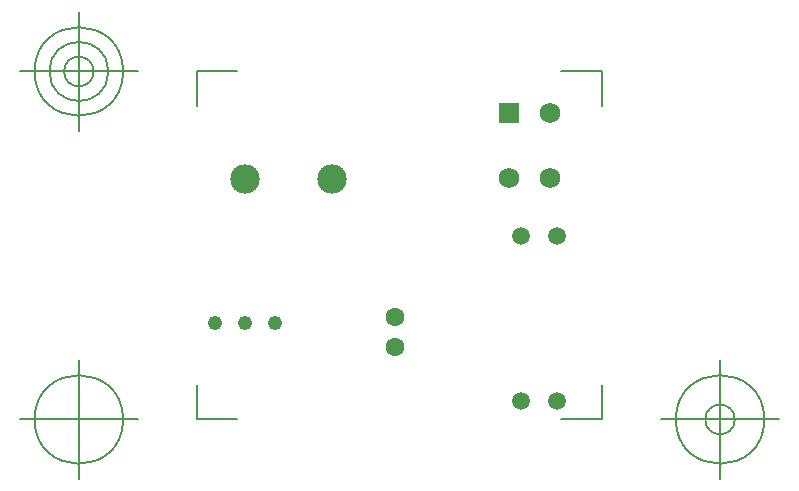
<source format=gbr>
G04 Generated by Ultiboard 14.2 *
%FSLAX24Y24*%
%MOIN*%

%ADD10C,0.0001*%
%ADD11C,0.0050*%
%ADD12C,0.0633*%
%ADD13C,0.0490*%
%ADD14C,0.0983*%
%ADD15C,0.0690*%
%ADD16R,0.0690X0.0690*%
%ADD17C,0.0591*%


G04 ColorRGB 9900CC for the following layer *
%LNSolder Mask Bottom*%
%LPD*%
G54D10*
G54D11*
X-5800Y-5600D02*
X-5800Y-4440D01*
X-5800Y-5600D02*
X-4450Y-5600D01*
X7700Y-5600D02*
X6350Y-5600D01*
X7700Y-5600D02*
X7700Y-4440D01*
X7700Y6000D02*
X7700Y4840D01*
X7700Y6000D02*
X6350Y6000D01*
X-5800Y6000D02*
X-4450Y6000D01*
X-5800Y6000D02*
X-5800Y4840D01*
X-7769Y-5600D02*
X-11706Y-5600D01*
X-9737Y-7569D02*
X-9737Y-3632D01*
X-11213Y-5600D02*
G75*
D01*
G02X-11213Y-5600I1476J0*
G01*
X9669Y-5600D02*
X13606Y-5600D01*
X11637Y-7569D02*
X11637Y-3632D01*
X10161Y-5600D02*
G75*
D01*
G02X10161Y-5600I1476J0*
G01*
X11145Y-5600D02*
G75*
D01*
G02X11145Y-5600I492J0*
G01*
X-7769Y6000D02*
X-11706Y6000D01*
X-9737Y4031D02*
X-9737Y7969D01*
X-11213Y6000D02*
G75*
D01*
G02X-11213Y6000I1476J0*
G01*
X-10721Y6000D02*
G75*
D01*
G02X-10721Y6000I984J0*
G01*
X-10229Y6000D02*
G75*
D01*
G02X-10229Y6000I492J0*
G01*
G54D12*
X800Y-3200D03*
X800Y-2200D03*
G54D13*
X-5200Y-2400D03*
X-4200Y-2400D03*
X-3200Y-2400D03*
G54D14*
X-4200Y2400D03*
X-1283Y2400D03*
G54D15*
X5978Y2435D03*
X4600Y2435D03*
X5978Y4600D03*
G54D16*
X4600Y4600D03*
G54D17*
X5000Y512D03*
X5000Y-5000D03*
X6200Y512D03*
X6200Y-5000D03*

M02*

</source>
